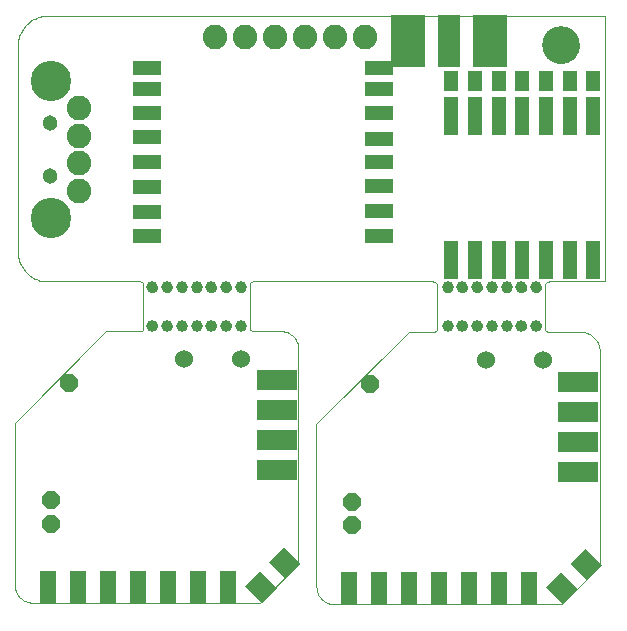
<source format=gbs>
G75*
%MOIN*%
%OFA0B0*%
%FSLAX24Y24*%
%IPPOS*%
%LPD*%
%AMOC8*
5,1,8,0,0,1.08239X$1,22.5*
%
%ADD10C,0.0000*%
%ADD11C,0.1261*%
%ADD12C,0.0395*%
%ADD13R,0.1380X0.0680*%
%ADD14C,0.0600*%
%ADD15OC8,0.0595*%
%ADD16R,0.0580X0.1080*%
%ADD17R,0.0710X0.0790*%
%ADD18R,0.0940X0.0500*%
%ADD19C,0.0820*%
%ADD20C,0.1346*%
%ADD21C,0.0513*%
%ADD22R,0.0474X0.1261*%
%ADD23R,0.0780X0.1730*%
%ADD24R,0.1130X0.1730*%
%ADD25R,0.0474X0.0671*%
%ADD26OC8,0.0611*%
D10*
X005948Y000850D02*
X005948Y006275D01*
X008998Y009325D01*
X010153Y009325D01*
X010168Y009326D01*
X010182Y009331D01*
X010196Y009338D01*
X010207Y009348D01*
X010217Y009359D01*
X010224Y009373D01*
X010229Y009387D01*
X010230Y009402D01*
X010229Y009402D02*
X010229Y010880D01*
X010228Y010897D01*
X010223Y010914D01*
X010216Y010929D01*
X010206Y010943D01*
X010194Y010955D01*
X010180Y010965D01*
X010165Y010972D01*
X010148Y010977D01*
X010131Y010978D01*
X007031Y010978D01*
X007031Y010979D02*
X006969Y010981D01*
X006908Y010987D01*
X006847Y010996D01*
X006786Y011010D01*
X006727Y011027D01*
X006669Y011048D01*
X006612Y011073D01*
X006557Y011101D01*
X006504Y011132D01*
X006453Y011167D01*
X006404Y011205D01*
X006357Y011246D01*
X006314Y011289D01*
X006273Y011336D01*
X006235Y011385D01*
X006200Y011436D01*
X006169Y011489D01*
X006141Y011544D01*
X006116Y011601D01*
X006095Y011659D01*
X006078Y011718D01*
X006064Y011779D01*
X006055Y011840D01*
X006049Y011901D01*
X006047Y011963D01*
X006046Y011963D02*
X006046Y018852D01*
X006047Y018852D02*
X006049Y018914D01*
X006055Y018975D01*
X006064Y019036D01*
X006078Y019097D01*
X006095Y019156D01*
X006116Y019214D01*
X006141Y019271D01*
X006169Y019326D01*
X006200Y019379D01*
X006235Y019430D01*
X006273Y019479D01*
X006314Y019526D01*
X006357Y019569D01*
X006404Y019610D01*
X006453Y019648D01*
X006504Y019683D01*
X006557Y019714D01*
X006612Y019742D01*
X006669Y019767D01*
X006727Y019788D01*
X006786Y019805D01*
X006847Y019819D01*
X006908Y019828D01*
X006969Y019834D01*
X007031Y019836D01*
X007031Y019837D02*
X025633Y019837D01*
X025633Y010978D01*
X023763Y010978D01*
X023763Y010979D02*
X023740Y010977D01*
X023717Y010972D01*
X023696Y010963D01*
X023676Y010951D01*
X023658Y010936D01*
X023643Y010918D01*
X023631Y010898D01*
X023622Y010877D01*
X023617Y010854D01*
X023615Y010831D01*
X023615Y009404D01*
X023616Y009404D02*
X023617Y009387D01*
X023622Y009370D01*
X023629Y009355D01*
X023639Y009341D01*
X023651Y009329D01*
X023665Y009319D01*
X023680Y009312D01*
X023697Y009307D01*
X023714Y009306D01*
X023714Y009305D02*
X024796Y009305D01*
X024844Y009303D01*
X024891Y009298D01*
X024938Y009289D01*
X024985Y009277D01*
X025030Y009261D01*
X025074Y009242D01*
X025116Y009219D01*
X025157Y009194D01*
X025195Y009165D01*
X025231Y009134D01*
X025265Y009100D01*
X025296Y009064D01*
X025325Y009026D01*
X025350Y008985D01*
X025373Y008943D01*
X025392Y008899D01*
X025408Y008854D01*
X025420Y008807D01*
X025429Y008760D01*
X025434Y008713D01*
X025436Y008665D01*
X025436Y001488D01*
X024173Y000225D01*
X016573Y000225D01*
X016528Y000227D01*
X016483Y000232D01*
X016439Y000241D01*
X016395Y000253D01*
X016353Y000269D01*
X016312Y000288D01*
X016273Y000310D01*
X016235Y000335D01*
X016200Y000363D01*
X016166Y000393D01*
X016136Y000427D01*
X016108Y000462D01*
X016083Y000500D01*
X016061Y000539D01*
X016042Y000580D01*
X016026Y000622D01*
X016014Y000666D01*
X016005Y000710D01*
X016000Y000755D01*
X015998Y000800D01*
X015998Y006225D01*
X019078Y009305D01*
X019924Y009305D01*
X019924Y009306D02*
X019941Y009307D01*
X019958Y009312D01*
X019973Y009319D01*
X019987Y009329D01*
X019999Y009341D01*
X020009Y009355D01*
X020016Y009370D01*
X020021Y009387D01*
X020022Y009404D01*
X020023Y009404D02*
X020023Y010831D01*
X020021Y010854D01*
X020016Y010877D01*
X020007Y010898D01*
X019995Y010918D01*
X019980Y010936D01*
X019962Y010951D01*
X019942Y010963D01*
X019921Y010972D01*
X019898Y010977D01*
X019875Y010979D01*
X019875Y010978D02*
X013871Y010978D01*
X013871Y010979D02*
X013854Y010977D01*
X013837Y010973D01*
X013821Y010966D01*
X013807Y010956D01*
X013794Y010943D01*
X013784Y010929D01*
X013777Y010913D01*
X013773Y010896D01*
X013771Y010879D01*
X013771Y009451D01*
X013773Y009431D01*
X013777Y009412D01*
X013785Y009394D01*
X013795Y009377D01*
X013808Y009362D01*
X013823Y009349D01*
X013840Y009339D01*
X013858Y009331D01*
X013877Y009327D01*
X013897Y009325D01*
X014798Y009325D01*
X014845Y009323D01*
X014892Y009318D01*
X014938Y009308D01*
X014983Y009296D01*
X015028Y009279D01*
X015070Y009260D01*
X015111Y009237D01*
X015151Y009210D01*
X015188Y009181D01*
X015222Y009149D01*
X015254Y009115D01*
X015283Y009078D01*
X015310Y009038D01*
X015333Y008997D01*
X015352Y008955D01*
X015369Y008910D01*
X015381Y008865D01*
X015391Y008819D01*
X015396Y008772D01*
X015398Y008725D01*
X015398Y001550D01*
X014123Y000275D01*
X006523Y000275D01*
X006478Y000277D01*
X006433Y000282D01*
X006389Y000291D01*
X006345Y000303D01*
X006303Y000319D01*
X006262Y000338D01*
X006223Y000360D01*
X006185Y000385D01*
X006150Y000413D01*
X006116Y000443D01*
X006086Y000477D01*
X006058Y000512D01*
X006033Y000550D01*
X006011Y000589D01*
X005992Y000630D01*
X005976Y000672D01*
X005964Y000716D01*
X005955Y000760D01*
X005950Y000805D01*
X005948Y000850D01*
X010368Y009502D02*
X010370Y009527D01*
X010376Y009551D01*
X010385Y009573D01*
X010398Y009594D01*
X010414Y009613D01*
X010433Y009629D01*
X010454Y009642D01*
X010476Y009651D01*
X010500Y009657D01*
X010525Y009659D01*
X010550Y009657D01*
X010574Y009651D01*
X010596Y009642D01*
X010617Y009629D01*
X010636Y009613D01*
X010652Y009594D01*
X010665Y009573D01*
X010674Y009551D01*
X010680Y009527D01*
X010682Y009502D01*
X010680Y009477D01*
X010674Y009453D01*
X010665Y009431D01*
X010652Y009410D01*
X010636Y009391D01*
X010617Y009375D01*
X010596Y009362D01*
X010574Y009353D01*
X010550Y009347D01*
X010525Y009345D01*
X010500Y009347D01*
X010476Y009353D01*
X010454Y009362D01*
X010433Y009375D01*
X010414Y009391D01*
X010398Y009410D01*
X010385Y009431D01*
X010376Y009453D01*
X010370Y009477D01*
X010368Y009502D01*
X010860Y009502D02*
X010862Y009527D01*
X010868Y009551D01*
X010877Y009573D01*
X010890Y009594D01*
X010906Y009613D01*
X010925Y009629D01*
X010946Y009642D01*
X010968Y009651D01*
X010992Y009657D01*
X011017Y009659D01*
X011042Y009657D01*
X011066Y009651D01*
X011088Y009642D01*
X011109Y009629D01*
X011128Y009613D01*
X011144Y009594D01*
X011157Y009573D01*
X011166Y009551D01*
X011172Y009527D01*
X011174Y009502D01*
X011172Y009477D01*
X011166Y009453D01*
X011157Y009431D01*
X011144Y009410D01*
X011128Y009391D01*
X011109Y009375D01*
X011088Y009362D01*
X011066Y009353D01*
X011042Y009347D01*
X011017Y009345D01*
X010992Y009347D01*
X010968Y009353D01*
X010946Y009362D01*
X010925Y009375D01*
X010906Y009391D01*
X010890Y009410D01*
X010877Y009431D01*
X010868Y009453D01*
X010862Y009477D01*
X010860Y009502D01*
X011352Y009502D02*
X011354Y009527D01*
X011360Y009551D01*
X011369Y009573D01*
X011382Y009594D01*
X011398Y009613D01*
X011417Y009629D01*
X011438Y009642D01*
X011460Y009651D01*
X011484Y009657D01*
X011509Y009659D01*
X011534Y009657D01*
X011558Y009651D01*
X011580Y009642D01*
X011601Y009629D01*
X011620Y009613D01*
X011636Y009594D01*
X011649Y009573D01*
X011658Y009551D01*
X011664Y009527D01*
X011666Y009502D01*
X011664Y009477D01*
X011658Y009453D01*
X011649Y009431D01*
X011636Y009410D01*
X011620Y009391D01*
X011601Y009375D01*
X011580Y009362D01*
X011558Y009353D01*
X011534Y009347D01*
X011509Y009345D01*
X011484Y009347D01*
X011460Y009353D01*
X011438Y009362D01*
X011417Y009375D01*
X011398Y009391D01*
X011382Y009410D01*
X011369Y009431D01*
X011360Y009453D01*
X011354Y009477D01*
X011352Y009502D01*
X011844Y009502D02*
X011846Y009527D01*
X011852Y009551D01*
X011861Y009573D01*
X011874Y009594D01*
X011890Y009613D01*
X011909Y009629D01*
X011930Y009642D01*
X011952Y009651D01*
X011976Y009657D01*
X012001Y009659D01*
X012026Y009657D01*
X012050Y009651D01*
X012072Y009642D01*
X012093Y009629D01*
X012112Y009613D01*
X012128Y009594D01*
X012141Y009573D01*
X012150Y009551D01*
X012156Y009527D01*
X012158Y009502D01*
X012156Y009477D01*
X012150Y009453D01*
X012141Y009431D01*
X012128Y009410D01*
X012112Y009391D01*
X012093Y009375D01*
X012072Y009362D01*
X012050Y009353D01*
X012026Y009347D01*
X012001Y009345D01*
X011976Y009347D01*
X011952Y009353D01*
X011930Y009362D01*
X011909Y009375D01*
X011890Y009391D01*
X011874Y009410D01*
X011861Y009431D01*
X011852Y009453D01*
X011846Y009477D01*
X011844Y009502D01*
X012336Y009502D02*
X012338Y009527D01*
X012344Y009551D01*
X012353Y009573D01*
X012366Y009594D01*
X012382Y009613D01*
X012401Y009629D01*
X012422Y009642D01*
X012444Y009651D01*
X012468Y009657D01*
X012493Y009659D01*
X012518Y009657D01*
X012542Y009651D01*
X012564Y009642D01*
X012585Y009629D01*
X012604Y009613D01*
X012620Y009594D01*
X012633Y009573D01*
X012642Y009551D01*
X012648Y009527D01*
X012650Y009502D01*
X012648Y009477D01*
X012642Y009453D01*
X012633Y009431D01*
X012620Y009410D01*
X012604Y009391D01*
X012585Y009375D01*
X012564Y009362D01*
X012542Y009353D01*
X012518Y009347D01*
X012493Y009345D01*
X012468Y009347D01*
X012444Y009353D01*
X012422Y009362D01*
X012401Y009375D01*
X012382Y009391D01*
X012366Y009410D01*
X012353Y009431D01*
X012344Y009453D01*
X012338Y009477D01*
X012336Y009502D01*
X012828Y009502D02*
X012830Y009527D01*
X012836Y009551D01*
X012845Y009573D01*
X012858Y009594D01*
X012874Y009613D01*
X012893Y009629D01*
X012914Y009642D01*
X012936Y009651D01*
X012960Y009657D01*
X012985Y009659D01*
X013010Y009657D01*
X013034Y009651D01*
X013056Y009642D01*
X013077Y009629D01*
X013096Y009613D01*
X013112Y009594D01*
X013125Y009573D01*
X013134Y009551D01*
X013140Y009527D01*
X013142Y009502D01*
X013140Y009477D01*
X013134Y009453D01*
X013125Y009431D01*
X013112Y009410D01*
X013096Y009391D01*
X013077Y009375D01*
X013056Y009362D01*
X013034Y009353D01*
X013010Y009347D01*
X012985Y009345D01*
X012960Y009347D01*
X012936Y009353D01*
X012914Y009362D01*
X012893Y009375D01*
X012874Y009391D01*
X012858Y009410D01*
X012845Y009431D01*
X012836Y009453D01*
X012830Y009477D01*
X012828Y009502D01*
X013320Y009502D02*
X013322Y009527D01*
X013328Y009551D01*
X013337Y009573D01*
X013350Y009594D01*
X013366Y009613D01*
X013385Y009629D01*
X013406Y009642D01*
X013428Y009651D01*
X013452Y009657D01*
X013477Y009659D01*
X013502Y009657D01*
X013526Y009651D01*
X013548Y009642D01*
X013569Y009629D01*
X013588Y009613D01*
X013604Y009594D01*
X013617Y009573D01*
X013626Y009551D01*
X013632Y009527D01*
X013634Y009502D01*
X013632Y009477D01*
X013626Y009453D01*
X013617Y009431D01*
X013604Y009410D01*
X013588Y009391D01*
X013569Y009375D01*
X013548Y009362D01*
X013526Y009353D01*
X013502Y009347D01*
X013477Y009345D01*
X013452Y009347D01*
X013428Y009353D01*
X013406Y009362D01*
X013385Y009375D01*
X013366Y009391D01*
X013350Y009410D01*
X013337Y009431D01*
X013328Y009453D01*
X013322Y009477D01*
X013320Y009502D01*
X013320Y010781D02*
X013322Y010806D01*
X013328Y010830D01*
X013337Y010852D01*
X013350Y010873D01*
X013366Y010892D01*
X013385Y010908D01*
X013406Y010921D01*
X013428Y010930D01*
X013452Y010936D01*
X013477Y010938D01*
X013502Y010936D01*
X013526Y010930D01*
X013548Y010921D01*
X013569Y010908D01*
X013588Y010892D01*
X013604Y010873D01*
X013617Y010852D01*
X013626Y010830D01*
X013632Y010806D01*
X013634Y010781D01*
X013632Y010756D01*
X013626Y010732D01*
X013617Y010710D01*
X013604Y010689D01*
X013588Y010670D01*
X013569Y010654D01*
X013548Y010641D01*
X013526Y010632D01*
X013502Y010626D01*
X013477Y010624D01*
X013452Y010626D01*
X013428Y010632D01*
X013406Y010641D01*
X013385Y010654D01*
X013366Y010670D01*
X013350Y010689D01*
X013337Y010710D01*
X013328Y010732D01*
X013322Y010756D01*
X013320Y010781D01*
X012828Y010781D02*
X012830Y010806D01*
X012836Y010830D01*
X012845Y010852D01*
X012858Y010873D01*
X012874Y010892D01*
X012893Y010908D01*
X012914Y010921D01*
X012936Y010930D01*
X012960Y010936D01*
X012985Y010938D01*
X013010Y010936D01*
X013034Y010930D01*
X013056Y010921D01*
X013077Y010908D01*
X013096Y010892D01*
X013112Y010873D01*
X013125Y010852D01*
X013134Y010830D01*
X013140Y010806D01*
X013142Y010781D01*
X013140Y010756D01*
X013134Y010732D01*
X013125Y010710D01*
X013112Y010689D01*
X013096Y010670D01*
X013077Y010654D01*
X013056Y010641D01*
X013034Y010632D01*
X013010Y010626D01*
X012985Y010624D01*
X012960Y010626D01*
X012936Y010632D01*
X012914Y010641D01*
X012893Y010654D01*
X012874Y010670D01*
X012858Y010689D01*
X012845Y010710D01*
X012836Y010732D01*
X012830Y010756D01*
X012828Y010781D01*
X012336Y010781D02*
X012338Y010806D01*
X012344Y010830D01*
X012353Y010852D01*
X012366Y010873D01*
X012382Y010892D01*
X012401Y010908D01*
X012422Y010921D01*
X012444Y010930D01*
X012468Y010936D01*
X012493Y010938D01*
X012518Y010936D01*
X012542Y010930D01*
X012564Y010921D01*
X012585Y010908D01*
X012604Y010892D01*
X012620Y010873D01*
X012633Y010852D01*
X012642Y010830D01*
X012648Y010806D01*
X012650Y010781D01*
X012648Y010756D01*
X012642Y010732D01*
X012633Y010710D01*
X012620Y010689D01*
X012604Y010670D01*
X012585Y010654D01*
X012564Y010641D01*
X012542Y010632D01*
X012518Y010626D01*
X012493Y010624D01*
X012468Y010626D01*
X012444Y010632D01*
X012422Y010641D01*
X012401Y010654D01*
X012382Y010670D01*
X012366Y010689D01*
X012353Y010710D01*
X012344Y010732D01*
X012338Y010756D01*
X012336Y010781D01*
X011844Y010781D02*
X011846Y010806D01*
X011852Y010830D01*
X011861Y010852D01*
X011874Y010873D01*
X011890Y010892D01*
X011909Y010908D01*
X011930Y010921D01*
X011952Y010930D01*
X011976Y010936D01*
X012001Y010938D01*
X012026Y010936D01*
X012050Y010930D01*
X012072Y010921D01*
X012093Y010908D01*
X012112Y010892D01*
X012128Y010873D01*
X012141Y010852D01*
X012150Y010830D01*
X012156Y010806D01*
X012158Y010781D01*
X012156Y010756D01*
X012150Y010732D01*
X012141Y010710D01*
X012128Y010689D01*
X012112Y010670D01*
X012093Y010654D01*
X012072Y010641D01*
X012050Y010632D01*
X012026Y010626D01*
X012001Y010624D01*
X011976Y010626D01*
X011952Y010632D01*
X011930Y010641D01*
X011909Y010654D01*
X011890Y010670D01*
X011874Y010689D01*
X011861Y010710D01*
X011852Y010732D01*
X011846Y010756D01*
X011844Y010781D01*
X011352Y010781D02*
X011354Y010806D01*
X011360Y010830D01*
X011369Y010852D01*
X011382Y010873D01*
X011398Y010892D01*
X011417Y010908D01*
X011438Y010921D01*
X011460Y010930D01*
X011484Y010936D01*
X011509Y010938D01*
X011534Y010936D01*
X011558Y010930D01*
X011580Y010921D01*
X011601Y010908D01*
X011620Y010892D01*
X011636Y010873D01*
X011649Y010852D01*
X011658Y010830D01*
X011664Y010806D01*
X011666Y010781D01*
X011664Y010756D01*
X011658Y010732D01*
X011649Y010710D01*
X011636Y010689D01*
X011620Y010670D01*
X011601Y010654D01*
X011580Y010641D01*
X011558Y010632D01*
X011534Y010626D01*
X011509Y010624D01*
X011484Y010626D01*
X011460Y010632D01*
X011438Y010641D01*
X011417Y010654D01*
X011398Y010670D01*
X011382Y010689D01*
X011369Y010710D01*
X011360Y010732D01*
X011354Y010756D01*
X011352Y010781D01*
X010860Y010781D02*
X010862Y010806D01*
X010868Y010830D01*
X010877Y010852D01*
X010890Y010873D01*
X010906Y010892D01*
X010925Y010908D01*
X010946Y010921D01*
X010968Y010930D01*
X010992Y010936D01*
X011017Y010938D01*
X011042Y010936D01*
X011066Y010930D01*
X011088Y010921D01*
X011109Y010908D01*
X011128Y010892D01*
X011144Y010873D01*
X011157Y010852D01*
X011166Y010830D01*
X011172Y010806D01*
X011174Y010781D01*
X011172Y010756D01*
X011166Y010732D01*
X011157Y010710D01*
X011144Y010689D01*
X011128Y010670D01*
X011109Y010654D01*
X011088Y010641D01*
X011066Y010632D01*
X011042Y010626D01*
X011017Y010624D01*
X010992Y010626D01*
X010968Y010632D01*
X010946Y010641D01*
X010925Y010654D01*
X010906Y010670D01*
X010890Y010689D01*
X010877Y010710D01*
X010868Y010732D01*
X010862Y010756D01*
X010860Y010781D01*
X010368Y010781D02*
X010370Y010806D01*
X010376Y010830D01*
X010385Y010852D01*
X010398Y010873D01*
X010414Y010892D01*
X010433Y010908D01*
X010454Y010921D01*
X010476Y010930D01*
X010500Y010936D01*
X010525Y010938D01*
X010550Y010936D01*
X010574Y010930D01*
X010596Y010921D01*
X010617Y010908D01*
X010636Y010892D01*
X010652Y010873D01*
X010665Y010852D01*
X010674Y010830D01*
X010680Y010806D01*
X010682Y010781D01*
X010680Y010756D01*
X010674Y010732D01*
X010665Y010710D01*
X010652Y010689D01*
X010636Y010670D01*
X010617Y010654D01*
X010596Y010641D01*
X010574Y010632D01*
X010550Y010626D01*
X010525Y010624D01*
X010500Y010626D01*
X010476Y010632D01*
X010454Y010641D01*
X010433Y010654D01*
X010414Y010670D01*
X010398Y010689D01*
X010385Y010710D01*
X010376Y010732D01*
X010370Y010756D01*
X010368Y010781D01*
X006892Y014494D02*
X006894Y014523D01*
X006900Y014551D01*
X006909Y014579D01*
X006922Y014605D01*
X006939Y014628D01*
X006958Y014650D01*
X006980Y014669D01*
X007005Y014684D01*
X007031Y014697D01*
X007059Y014705D01*
X007087Y014710D01*
X007116Y014711D01*
X007145Y014708D01*
X007173Y014701D01*
X007200Y014691D01*
X007226Y014677D01*
X007249Y014660D01*
X007270Y014640D01*
X007288Y014617D01*
X007303Y014592D01*
X007314Y014565D01*
X007322Y014537D01*
X007326Y014508D01*
X007326Y014480D01*
X007322Y014451D01*
X007314Y014423D01*
X007303Y014396D01*
X007288Y014371D01*
X007270Y014348D01*
X007249Y014328D01*
X007226Y014311D01*
X007200Y014297D01*
X007173Y014287D01*
X007145Y014280D01*
X007116Y014277D01*
X007087Y014278D01*
X007059Y014283D01*
X007031Y014291D01*
X007005Y014304D01*
X006980Y014319D01*
X006958Y014338D01*
X006939Y014360D01*
X006922Y014383D01*
X006909Y014409D01*
X006900Y014437D01*
X006894Y014465D01*
X006892Y014494D01*
X006892Y016266D02*
X006894Y016295D01*
X006900Y016323D01*
X006909Y016351D01*
X006922Y016377D01*
X006939Y016400D01*
X006958Y016422D01*
X006980Y016441D01*
X007005Y016456D01*
X007031Y016469D01*
X007059Y016477D01*
X007087Y016482D01*
X007116Y016483D01*
X007145Y016480D01*
X007173Y016473D01*
X007200Y016463D01*
X007226Y016449D01*
X007249Y016432D01*
X007270Y016412D01*
X007288Y016389D01*
X007303Y016364D01*
X007314Y016337D01*
X007322Y016309D01*
X007326Y016280D01*
X007326Y016252D01*
X007322Y016223D01*
X007314Y016195D01*
X007303Y016168D01*
X007288Y016143D01*
X007270Y016120D01*
X007249Y016100D01*
X007226Y016083D01*
X007200Y016069D01*
X007173Y016059D01*
X007145Y016052D01*
X007116Y016049D01*
X007087Y016050D01*
X007059Y016055D01*
X007031Y016063D01*
X007005Y016076D01*
X006980Y016091D01*
X006958Y016110D01*
X006939Y016132D01*
X006922Y016155D01*
X006909Y016181D01*
X006900Y016209D01*
X006894Y016237D01*
X006892Y016266D01*
X020210Y010781D02*
X020212Y010806D01*
X020218Y010830D01*
X020227Y010852D01*
X020240Y010873D01*
X020256Y010892D01*
X020275Y010908D01*
X020296Y010921D01*
X020318Y010930D01*
X020342Y010936D01*
X020367Y010938D01*
X020392Y010936D01*
X020416Y010930D01*
X020438Y010921D01*
X020459Y010908D01*
X020478Y010892D01*
X020494Y010873D01*
X020507Y010852D01*
X020516Y010830D01*
X020522Y010806D01*
X020524Y010781D01*
X020522Y010756D01*
X020516Y010732D01*
X020507Y010710D01*
X020494Y010689D01*
X020478Y010670D01*
X020459Y010654D01*
X020438Y010641D01*
X020416Y010632D01*
X020392Y010626D01*
X020367Y010624D01*
X020342Y010626D01*
X020318Y010632D01*
X020296Y010641D01*
X020275Y010654D01*
X020256Y010670D01*
X020240Y010689D01*
X020227Y010710D01*
X020218Y010732D01*
X020212Y010756D01*
X020210Y010781D01*
X020702Y010781D02*
X020704Y010806D01*
X020710Y010830D01*
X020719Y010852D01*
X020732Y010873D01*
X020748Y010892D01*
X020767Y010908D01*
X020788Y010921D01*
X020810Y010930D01*
X020834Y010936D01*
X020859Y010938D01*
X020884Y010936D01*
X020908Y010930D01*
X020930Y010921D01*
X020951Y010908D01*
X020970Y010892D01*
X020986Y010873D01*
X020999Y010852D01*
X021008Y010830D01*
X021014Y010806D01*
X021016Y010781D01*
X021014Y010756D01*
X021008Y010732D01*
X020999Y010710D01*
X020986Y010689D01*
X020970Y010670D01*
X020951Y010654D01*
X020930Y010641D01*
X020908Y010632D01*
X020884Y010626D01*
X020859Y010624D01*
X020834Y010626D01*
X020810Y010632D01*
X020788Y010641D01*
X020767Y010654D01*
X020748Y010670D01*
X020732Y010689D01*
X020719Y010710D01*
X020710Y010732D01*
X020704Y010756D01*
X020702Y010781D01*
X021194Y010781D02*
X021196Y010806D01*
X021202Y010830D01*
X021211Y010852D01*
X021224Y010873D01*
X021240Y010892D01*
X021259Y010908D01*
X021280Y010921D01*
X021302Y010930D01*
X021326Y010936D01*
X021351Y010938D01*
X021376Y010936D01*
X021400Y010930D01*
X021422Y010921D01*
X021443Y010908D01*
X021462Y010892D01*
X021478Y010873D01*
X021491Y010852D01*
X021500Y010830D01*
X021506Y010806D01*
X021508Y010781D01*
X021506Y010756D01*
X021500Y010732D01*
X021491Y010710D01*
X021478Y010689D01*
X021462Y010670D01*
X021443Y010654D01*
X021422Y010641D01*
X021400Y010632D01*
X021376Y010626D01*
X021351Y010624D01*
X021326Y010626D01*
X021302Y010632D01*
X021280Y010641D01*
X021259Y010654D01*
X021240Y010670D01*
X021224Y010689D01*
X021211Y010710D01*
X021202Y010732D01*
X021196Y010756D01*
X021194Y010781D01*
X021687Y010781D02*
X021689Y010806D01*
X021695Y010830D01*
X021704Y010852D01*
X021717Y010873D01*
X021733Y010892D01*
X021752Y010908D01*
X021773Y010921D01*
X021795Y010930D01*
X021819Y010936D01*
X021844Y010938D01*
X021869Y010936D01*
X021893Y010930D01*
X021915Y010921D01*
X021936Y010908D01*
X021955Y010892D01*
X021971Y010873D01*
X021984Y010852D01*
X021993Y010830D01*
X021999Y010806D01*
X022001Y010781D01*
X021999Y010756D01*
X021993Y010732D01*
X021984Y010710D01*
X021971Y010689D01*
X021955Y010670D01*
X021936Y010654D01*
X021915Y010641D01*
X021893Y010632D01*
X021869Y010626D01*
X021844Y010624D01*
X021819Y010626D01*
X021795Y010632D01*
X021773Y010641D01*
X021752Y010654D01*
X021733Y010670D01*
X021717Y010689D01*
X021704Y010710D01*
X021695Y010732D01*
X021689Y010756D01*
X021687Y010781D01*
X022179Y010781D02*
X022181Y010806D01*
X022187Y010830D01*
X022196Y010852D01*
X022209Y010873D01*
X022225Y010892D01*
X022244Y010908D01*
X022265Y010921D01*
X022287Y010930D01*
X022311Y010936D01*
X022336Y010938D01*
X022361Y010936D01*
X022385Y010930D01*
X022407Y010921D01*
X022428Y010908D01*
X022447Y010892D01*
X022463Y010873D01*
X022476Y010852D01*
X022485Y010830D01*
X022491Y010806D01*
X022493Y010781D01*
X022491Y010756D01*
X022485Y010732D01*
X022476Y010710D01*
X022463Y010689D01*
X022447Y010670D01*
X022428Y010654D01*
X022407Y010641D01*
X022385Y010632D01*
X022361Y010626D01*
X022336Y010624D01*
X022311Y010626D01*
X022287Y010632D01*
X022265Y010641D01*
X022244Y010654D01*
X022225Y010670D01*
X022209Y010689D01*
X022196Y010710D01*
X022187Y010732D01*
X022181Y010756D01*
X022179Y010781D01*
X022671Y010781D02*
X022673Y010806D01*
X022679Y010830D01*
X022688Y010852D01*
X022701Y010873D01*
X022717Y010892D01*
X022736Y010908D01*
X022757Y010921D01*
X022779Y010930D01*
X022803Y010936D01*
X022828Y010938D01*
X022853Y010936D01*
X022877Y010930D01*
X022899Y010921D01*
X022920Y010908D01*
X022939Y010892D01*
X022955Y010873D01*
X022968Y010852D01*
X022977Y010830D01*
X022983Y010806D01*
X022985Y010781D01*
X022983Y010756D01*
X022977Y010732D01*
X022968Y010710D01*
X022955Y010689D01*
X022939Y010670D01*
X022920Y010654D01*
X022899Y010641D01*
X022877Y010632D01*
X022853Y010626D01*
X022828Y010624D01*
X022803Y010626D01*
X022779Y010632D01*
X022757Y010641D01*
X022736Y010654D01*
X022717Y010670D01*
X022701Y010689D01*
X022688Y010710D01*
X022679Y010732D01*
X022673Y010756D01*
X022671Y010781D01*
X023163Y010781D02*
X023165Y010806D01*
X023171Y010830D01*
X023180Y010852D01*
X023193Y010873D01*
X023209Y010892D01*
X023228Y010908D01*
X023249Y010921D01*
X023271Y010930D01*
X023295Y010936D01*
X023320Y010938D01*
X023345Y010936D01*
X023369Y010930D01*
X023391Y010921D01*
X023412Y010908D01*
X023431Y010892D01*
X023447Y010873D01*
X023460Y010852D01*
X023469Y010830D01*
X023475Y010806D01*
X023477Y010781D01*
X023475Y010756D01*
X023469Y010732D01*
X023460Y010710D01*
X023447Y010689D01*
X023431Y010670D01*
X023412Y010654D01*
X023391Y010641D01*
X023369Y010632D01*
X023345Y010626D01*
X023320Y010624D01*
X023295Y010626D01*
X023271Y010632D01*
X023249Y010641D01*
X023228Y010654D01*
X023209Y010670D01*
X023193Y010689D01*
X023180Y010710D01*
X023171Y010732D01*
X023165Y010756D01*
X023163Y010781D01*
X023163Y009502D02*
X023165Y009527D01*
X023171Y009551D01*
X023180Y009573D01*
X023193Y009594D01*
X023209Y009613D01*
X023228Y009629D01*
X023249Y009642D01*
X023271Y009651D01*
X023295Y009657D01*
X023320Y009659D01*
X023345Y009657D01*
X023369Y009651D01*
X023391Y009642D01*
X023412Y009629D01*
X023431Y009613D01*
X023447Y009594D01*
X023460Y009573D01*
X023469Y009551D01*
X023475Y009527D01*
X023477Y009502D01*
X023475Y009477D01*
X023469Y009453D01*
X023460Y009431D01*
X023447Y009410D01*
X023431Y009391D01*
X023412Y009375D01*
X023391Y009362D01*
X023369Y009353D01*
X023345Y009347D01*
X023320Y009345D01*
X023295Y009347D01*
X023271Y009353D01*
X023249Y009362D01*
X023228Y009375D01*
X023209Y009391D01*
X023193Y009410D01*
X023180Y009431D01*
X023171Y009453D01*
X023165Y009477D01*
X023163Y009502D01*
X022671Y009502D02*
X022673Y009527D01*
X022679Y009551D01*
X022688Y009573D01*
X022701Y009594D01*
X022717Y009613D01*
X022736Y009629D01*
X022757Y009642D01*
X022779Y009651D01*
X022803Y009657D01*
X022828Y009659D01*
X022853Y009657D01*
X022877Y009651D01*
X022899Y009642D01*
X022920Y009629D01*
X022939Y009613D01*
X022955Y009594D01*
X022968Y009573D01*
X022977Y009551D01*
X022983Y009527D01*
X022985Y009502D01*
X022983Y009477D01*
X022977Y009453D01*
X022968Y009431D01*
X022955Y009410D01*
X022939Y009391D01*
X022920Y009375D01*
X022899Y009362D01*
X022877Y009353D01*
X022853Y009347D01*
X022828Y009345D01*
X022803Y009347D01*
X022779Y009353D01*
X022757Y009362D01*
X022736Y009375D01*
X022717Y009391D01*
X022701Y009410D01*
X022688Y009431D01*
X022679Y009453D01*
X022673Y009477D01*
X022671Y009502D01*
X022179Y009502D02*
X022181Y009527D01*
X022187Y009551D01*
X022196Y009573D01*
X022209Y009594D01*
X022225Y009613D01*
X022244Y009629D01*
X022265Y009642D01*
X022287Y009651D01*
X022311Y009657D01*
X022336Y009659D01*
X022361Y009657D01*
X022385Y009651D01*
X022407Y009642D01*
X022428Y009629D01*
X022447Y009613D01*
X022463Y009594D01*
X022476Y009573D01*
X022485Y009551D01*
X022491Y009527D01*
X022493Y009502D01*
X022491Y009477D01*
X022485Y009453D01*
X022476Y009431D01*
X022463Y009410D01*
X022447Y009391D01*
X022428Y009375D01*
X022407Y009362D01*
X022385Y009353D01*
X022361Y009347D01*
X022336Y009345D01*
X022311Y009347D01*
X022287Y009353D01*
X022265Y009362D01*
X022244Y009375D01*
X022225Y009391D01*
X022209Y009410D01*
X022196Y009431D01*
X022187Y009453D01*
X022181Y009477D01*
X022179Y009502D01*
X021687Y009502D02*
X021689Y009527D01*
X021695Y009551D01*
X021704Y009573D01*
X021717Y009594D01*
X021733Y009613D01*
X021752Y009629D01*
X021773Y009642D01*
X021795Y009651D01*
X021819Y009657D01*
X021844Y009659D01*
X021869Y009657D01*
X021893Y009651D01*
X021915Y009642D01*
X021936Y009629D01*
X021955Y009613D01*
X021971Y009594D01*
X021984Y009573D01*
X021993Y009551D01*
X021999Y009527D01*
X022001Y009502D01*
X021999Y009477D01*
X021993Y009453D01*
X021984Y009431D01*
X021971Y009410D01*
X021955Y009391D01*
X021936Y009375D01*
X021915Y009362D01*
X021893Y009353D01*
X021869Y009347D01*
X021844Y009345D01*
X021819Y009347D01*
X021795Y009353D01*
X021773Y009362D01*
X021752Y009375D01*
X021733Y009391D01*
X021717Y009410D01*
X021704Y009431D01*
X021695Y009453D01*
X021689Y009477D01*
X021687Y009502D01*
X021194Y009502D02*
X021196Y009527D01*
X021202Y009551D01*
X021211Y009573D01*
X021224Y009594D01*
X021240Y009613D01*
X021259Y009629D01*
X021280Y009642D01*
X021302Y009651D01*
X021326Y009657D01*
X021351Y009659D01*
X021376Y009657D01*
X021400Y009651D01*
X021422Y009642D01*
X021443Y009629D01*
X021462Y009613D01*
X021478Y009594D01*
X021491Y009573D01*
X021500Y009551D01*
X021506Y009527D01*
X021508Y009502D01*
X021506Y009477D01*
X021500Y009453D01*
X021491Y009431D01*
X021478Y009410D01*
X021462Y009391D01*
X021443Y009375D01*
X021422Y009362D01*
X021400Y009353D01*
X021376Y009347D01*
X021351Y009345D01*
X021326Y009347D01*
X021302Y009353D01*
X021280Y009362D01*
X021259Y009375D01*
X021240Y009391D01*
X021224Y009410D01*
X021211Y009431D01*
X021202Y009453D01*
X021196Y009477D01*
X021194Y009502D01*
X020702Y009502D02*
X020704Y009527D01*
X020710Y009551D01*
X020719Y009573D01*
X020732Y009594D01*
X020748Y009613D01*
X020767Y009629D01*
X020788Y009642D01*
X020810Y009651D01*
X020834Y009657D01*
X020859Y009659D01*
X020884Y009657D01*
X020908Y009651D01*
X020930Y009642D01*
X020951Y009629D01*
X020970Y009613D01*
X020986Y009594D01*
X020999Y009573D01*
X021008Y009551D01*
X021014Y009527D01*
X021016Y009502D01*
X021014Y009477D01*
X021008Y009453D01*
X020999Y009431D01*
X020986Y009410D01*
X020970Y009391D01*
X020951Y009375D01*
X020930Y009362D01*
X020908Y009353D01*
X020884Y009347D01*
X020859Y009345D01*
X020834Y009347D01*
X020810Y009353D01*
X020788Y009362D01*
X020767Y009375D01*
X020748Y009391D01*
X020732Y009410D01*
X020719Y009431D01*
X020710Y009453D01*
X020704Y009477D01*
X020702Y009502D01*
X020210Y009502D02*
X020212Y009527D01*
X020218Y009551D01*
X020227Y009573D01*
X020240Y009594D01*
X020256Y009613D01*
X020275Y009629D01*
X020296Y009642D01*
X020318Y009651D01*
X020342Y009657D01*
X020367Y009659D01*
X020392Y009657D01*
X020416Y009651D01*
X020438Y009642D01*
X020459Y009629D01*
X020478Y009613D01*
X020494Y009594D01*
X020507Y009573D01*
X020516Y009551D01*
X020522Y009527D01*
X020524Y009502D01*
X020522Y009477D01*
X020516Y009453D01*
X020507Y009431D01*
X020494Y009410D01*
X020478Y009391D01*
X020459Y009375D01*
X020438Y009362D01*
X020416Y009353D01*
X020392Y009347D01*
X020367Y009345D01*
X020342Y009347D01*
X020318Y009353D01*
X020296Y009362D01*
X020275Y009375D01*
X020256Y009391D01*
X020240Y009410D01*
X020227Y009431D01*
X020218Y009453D01*
X020212Y009477D01*
X020210Y009502D01*
X023562Y018857D02*
X023564Y018905D01*
X023570Y018953D01*
X023580Y019000D01*
X023593Y019046D01*
X023611Y019091D01*
X023631Y019135D01*
X023656Y019177D01*
X023684Y019216D01*
X023714Y019253D01*
X023748Y019287D01*
X023785Y019319D01*
X023823Y019348D01*
X023864Y019373D01*
X023907Y019395D01*
X023952Y019413D01*
X023998Y019427D01*
X024045Y019438D01*
X024093Y019445D01*
X024141Y019448D01*
X024189Y019447D01*
X024237Y019442D01*
X024285Y019433D01*
X024331Y019421D01*
X024376Y019404D01*
X024420Y019384D01*
X024462Y019361D01*
X024502Y019334D01*
X024540Y019304D01*
X024575Y019271D01*
X024607Y019235D01*
X024637Y019197D01*
X024663Y019156D01*
X024685Y019113D01*
X024705Y019069D01*
X024720Y019024D01*
X024732Y018977D01*
X024740Y018929D01*
X024744Y018881D01*
X024744Y018833D01*
X024740Y018785D01*
X024732Y018737D01*
X024720Y018690D01*
X024705Y018645D01*
X024685Y018601D01*
X024663Y018558D01*
X024637Y018517D01*
X024607Y018479D01*
X024575Y018443D01*
X024540Y018410D01*
X024502Y018380D01*
X024462Y018353D01*
X024420Y018330D01*
X024376Y018310D01*
X024331Y018293D01*
X024285Y018281D01*
X024237Y018272D01*
X024189Y018267D01*
X024141Y018266D01*
X024093Y018269D01*
X024045Y018276D01*
X023998Y018287D01*
X023952Y018301D01*
X023907Y018319D01*
X023864Y018341D01*
X023823Y018366D01*
X023785Y018395D01*
X023748Y018427D01*
X023714Y018461D01*
X023684Y018498D01*
X023656Y018537D01*
X023631Y018579D01*
X023611Y018623D01*
X023593Y018668D01*
X023580Y018714D01*
X023570Y018761D01*
X023564Y018809D01*
X023562Y018857D01*
D11*
X024153Y018857D03*
D12*
X023320Y010781D03*
X022828Y010781D03*
X022336Y010781D03*
X021844Y010781D03*
X021351Y010781D03*
X020859Y010781D03*
X020367Y010781D03*
X020367Y009502D03*
X020859Y009502D03*
X021351Y009502D03*
X021844Y009502D03*
X022336Y009502D03*
X022828Y009502D03*
X023320Y009502D03*
X013477Y009502D03*
X012985Y009502D03*
X012493Y009502D03*
X012001Y009502D03*
X011509Y009502D03*
X011017Y009502D03*
X010525Y009502D03*
X010525Y010781D03*
X011017Y010781D03*
X011509Y010781D03*
X012001Y010781D03*
X012493Y010781D03*
X012985Y010781D03*
X013477Y010781D03*
D13*
X014672Y007683D03*
X014672Y006683D03*
X014672Y005683D03*
X014672Y004683D03*
X024722Y004633D03*
X024722Y005633D03*
X024722Y006633D03*
X024722Y007633D03*
D14*
X023549Y008348D03*
X021649Y008348D03*
X013499Y008398D03*
X011599Y008398D03*
D15*
X007148Y003694D03*
X007148Y002906D03*
X017198Y002856D03*
X017198Y003644D03*
D16*
X017098Y000750D03*
X018098Y000750D03*
X019098Y000750D03*
X020098Y000750D03*
X021098Y000750D03*
X022098Y000750D03*
X023098Y000750D03*
X013048Y000800D03*
X012048Y000800D03*
X011048Y000800D03*
X010048Y000800D03*
X009048Y000800D03*
X008048Y000800D03*
X007048Y000800D03*
D17*
G36*
X013614Y000832D02*
X014116Y001334D01*
X014674Y000776D01*
X014172Y000274D01*
X013614Y000832D01*
G37*
G36*
X014406Y001624D02*
X014908Y002126D01*
X015466Y001568D01*
X014964Y001066D01*
X014406Y001624D01*
G37*
G36*
X023664Y000782D02*
X024166Y001284D01*
X024724Y000726D01*
X024222Y000224D01*
X023664Y000782D01*
G37*
G36*
X024456Y001574D02*
X024958Y002076D01*
X025516Y001518D01*
X025014Y001016D01*
X024456Y001574D01*
G37*
D18*
X018085Y012480D03*
X018085Y013318D03*
X018085Y014168D03*
X018085Y014955D03*
X018085Y015743D03*
X018085Y016593D03*
X018085Y017380D03*
X018085Y018105D03*
X010348Y018105D03*
X010348Y017380D03*
X010348Y016593D03*
X010348Y015805D03*
X010348Y014955D03*
X010348Y014131D03*
X010348Y013293D03*
X010348Y012506D03*
D19*
X008093Y014002D03*
X008093Y014936D03*
X008093Y015824D03*
X008093Y016758D03*
X012616Y019130D03*
X013616Y019130D03*
X014616Y019130D03*
X015616Y019130D03*
X016616Y019130D03*
X017616Y019130D03*
D20*
X007148Y017663D03*
X007148Y013096D03*
D21*
X007109Y014494D03*
X007109Y016266D03*
D22*
X020499Y016483D03*
X021286Y016483D03*
X022074Y016483D03*
X022861Y016483D03*
X023649Y016483D03*
X024436Y016483D03*
X025223Y016483D03*
X025223Y011680D03*
X024436Y011680D03*
X023649Y011680D03*
X022861Y011680D03*
X022074Y011680D03*
X021286Y011680D03*
X020499Y011680D03*
D23*
X020416Y019005D03*
D24*
X019041Y019005D03*
X021792Y019005D03*
D25*
X022074Y017659D03*
X022861Y017659D03*
X023649Y017659D03*
X024436Y017659D03*
X025223Y017659D03*
X021286Y017659D03*
X020499Y017659D03*
X020499Y011380D03*
X021286Y011380D03*
X022074Y011380D03*
X022861Y011380D03*
X023649Y011380D03*
X024436Y011380D03*
X025223Y011380D03*
D26*
X017798Y007550D03*
X007748Y007600D03*
M02*

</source>
